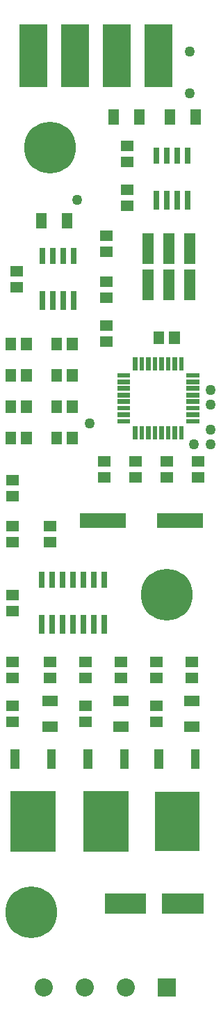
<source format=gbr>
G04 start of page 5 for group -4063 idx -4063 *
G04 Title: LED driver v. 0.1, componentmask *
G04 Creator: pcb 1.99x *
G04 CreationDate: Sun Jul 26 20:33:58 2009 UTC *
G04 For: davidellsworth *
G04 Format: Gerber/RS-274X *
G04 PCB-Dimensions: 113000 481000 *
G04 PCB-Coordinate-Origin: lower left *
%MOIN*%
%FSLAX24Y24*%
%LNFRONTMASK*%
%ADD11C,0.0200*%
%ADD18C,0.0500*%
%ADD24R,0.0512X0.0512*%
%ADD32R,0.0700X0.0700*%
%ADD34C,0.0872*%
%ADD35C,0.2480*%
%ADD36R,0.0270X0.0270*%
%ADD37R,0.1320X0.1320*%
%ADD38R,0.0220X0.0220*%
%ADD39R,0.0520X0.0520*%
%ADD40R,0.2140X0.2140*%
%ADD41R,0.0430X0.0430*%
%ADD42R,0.0970X0.0970*%
%ADD43R,0.2180X0.2180*%
G54D11*G36*
X8064Y2335D02*Y1464D01*
X8935D01*
Y2335D01*
X8064D01*
G37*
G54D34*X6531Y1900D03*
X4563D03*
X2594D03*
G54D35*X8500Y20700D03*
X2000Y5500D03*
X2900Y42100D03*
G54D24*X3222Y32739D02*Y32660D01*
X1022Y32739D02*Y32660D01*
X1777Y32739D02*Y32660D01*
X2484Y38718D02*Y38481D01*
X5560Y34922D02*X5639D01*
X5560Y35677D02*X5639D01*
X5560Y37122D02*X5639D01*
X5560Y37877D02*X5639D01*
G54D36*X2550Y37150D02*Y36650D01*
Y35100D02*Y34450D01*
X3050Y37150D02*Y36650D01*
Y35100D02*Y34450D01*
X3550Y35100D02*Y34450D01*
X4050Y35100D02*Y34450D01*
X3550Y37150D02*Y36650D01*
X4050Y37150D02*Y36650D01*
G54D24*X1260Y36177D02*X1339D01*
X1260Y35422D02*X1339D01*
X3715Y38718D02*Y38481D01*
G54D18*X4200Y39600D03*
G54D24*X6560Y39322D02*X6639D01*
X6560Y40077D02*X6639D01*
X6560Y42177D02*X6639D01*
X5967Y43684D02*Y43448D01*
X7198Y43684D02*Y43448D01*
X6560Y41422D02*X6639D01*
G54D36*X8000Y41950D02*Y41450D01*
X8500Y41950D02*Y41450D01*
X9000Y41950D02*Y41450D01*
X9500Y41950D02*Y41450D01*
G54D37*X8100Y47350D02*Y45650D01*
X6100Y47350D02*Y45650D01*
X4100Y47350D02*Y45650D01*
X2100Y47350D02*Y45650D01*
G54D24*X8667Y43684D02*Y43448D01*
G54D36*X8500Y39900D02*Y39250D01*
X9000Y39900D02*Y39250D01*
X9500Y39900D02*Y39250D01*
X8000Y39900D02*Y39250D01*
G54D24*X9898Y43684D02*Y43448D01*
G54D18*X9600Y46700D03*
Y44700D03*
G54D24*X3977Y32739D02*Y32660D01*
X5560Y32822D02*X5639D01*
X5560Y33577D02*X5639D01*
X1022Y29739D02*Y29660D01*
X1777Y29739D02*Y29660D01*
X1022Y31239D02*Y31160D01*
X1777Y31239D02*Y31160D01*
G54D18*X4800Y28900D03*
G54D24*X3222Y29739D02*Y29660D01*
X3977Y29739D02*Y29660D01*
X3222Y31239D02*Y31160D01*
X3977Y31239D02*Y31160D01*
X8877Y33039D02*Y32960D01*
X8122Y33039D02*Y32960D01*
G54D38*X9202Y31953D02*Y31553D01*
X8887Y31953D02*Y31553D01*
X8572Y31953D02*Y31553D01*
X8257Y31953D02*Y31553D01*
X7942Y31953D02*Y31553D01*
X7627Y31953D02*Y31553D01*
X7312Y31953D02*Y31553D01*
G54D39*X7600Y36000D02*Y35050D01*
X8600Y36000D02*Y35050D01*
X9600Y36000D02*Y35050D01*
X7600Y37750D02*Y36800D01*
X8600Y37750D02*Y36800D01*
X9600Y37750D02*Y36800D01*
G54D38*X9553Y28997D02*X9953D01*
X9553Y29312D02*X9953D01*
X9553Y29627D02*X9953D01*
X9553Y29942D02*X9953D01*
X9553Y30257D02*X9953D01*
X9553Y30572D02*X9953D01*
X9553Y30887D02*X9953D01*
X9553Y31202D02*X9953D01*
G54D18*X10600Y30500D03*
Y29800D03*
G54D38*X6997Y31953D02*Y31553D01*
X6246Y31202D02*X6646D01*
X6246Y30887D02*X6646D01*
X6246Y30572D02*X6646D01*
X6246Y30257D02*X6646D01*
X6246Y29942D02*X6646D01*
X6246Y29627D02*X6646D01*
X6246Y29312D02*X6646D01*
X6246Y28997D02*X6646D01*
G54D36*X2500Y21650D02*Y21150D01*
X3000Y21650D02*Y21150D01*
X3500Y21650D02*Y21150D01*
X4000Y21650D02*Y21150D01*
X4500Y21650D02*Y21150D01*
X5000Y21650D02*Y21150D01*
X4000Y19600D02*Y18950D01*
X3500Y19600D02*Y18950D01*
X3000Y19600D02*Y18950D01*
X2500Y19600D02*Y18950D01*
G54D24*X1060Y19922D02*X1139D01*
X1060Y20677D02*X1139D01*
G54D40*X9000Y10200D02*Y9500D01*
G54D41*X9875Y13075D02*Y12575D01*
X8125Y13075D02*Y12575D01*
G54D42*X6025Y5925D02*X7025D01*
X8775D02*X9775D01*
G54D43*X5600Y10200D02*Y9500D01*
X2100Y10200D02*Y9500D01*
G54D41*X6475Y13075D02*Y12575D01*
X4725Y13075D02*Y12575D01*
X2975Y13075D02*Y12575D01*
X1225Y13075D02*Y12575D01*
G54D36*X5500Y21650D02*Y21150D01*
G54D24*X6960Y27077D02*X7039D01*
X6960Y26322D02*X7039D01*
X5460D02*X5539D01*
X5460Y27077D02*X5539D01*
X1060Y23222D02*X1139D01*
X1060Y23977D02*X1139D01*
X1022Y28239D02*Y28160D01*
X1060Y25422D02*X1139D01*
X1060Y26177D02*X1139D01*
X2860Y23222D02*X2939D01*
X2860Y23977D02*X2939D01*
G54D32*X4700Y24250D02*X6200D01*
G54D36*X5500Y19600D02*Y18950D01*
X5000Y19600D02*Y18950D01*
X4500Y19600D02*Y18950D01*
G54D24*X4560Y16722D02*X4639D01*
X4560Y17477D02*X4639D01*
X6260Y16722D02*X6339D01*
X6260Y17477D02*X6339D01*
X7960Y16722D02*X8039D01*
X7960Y17477D02*X8039D01*
X9660Y16722D02*X9739D01*
X9660Y17477D02*X9739D01*
X2860Y16722D02*X2939D01*
X2860Y17477D02*X2939D01*
X2781Y15615D02*X3018D01*
X2781Y14384D02*X3018D01*
X1060Y14622D02*X1139D01*
X1060Y15377D02*X1139D01*
X1060Y16722D02*X1139D01*
X1060Y17477D02*X1139D01*
X7960Y14622D02*X8039D01*
X9581Y14384D02*X9818D01*
X6181D02*X6418D01*
X4560Y14622D02*X4639D01*
X7960Y15377D02*X8039D01*
X9581Y15615D02*X9818D01*
X6181D02*X6418D01*
X4560Y15377D02*X4639D01*
X1777Y28239D02*Y28160D01*
X3222Y28239D02*Y28160D01*
X3977Y28239D02*Y28160D01*
G54D38*X6997Y28646D02*Y28246D01*
X7312Y28646D02*Y28246D01*
X7627Y28646D02*Y28246D01*
X7942Y28646D02*Y28246D01*
X8257Y28646D02*Y28246D01*
X8572Y28646D02*Y28246D01*
X8887Y28646D02*Y28246D01*
G54D24*X8460Y27077D02*X8539D01*
X9960Y26322D02*X10039D01*
X9960Y27077D02*X10039D01*
G54D18*X9800Y27900D03*
G54D38*X9202Y28646D02*Y28246D01*
G54D24*X8460Y26322D02*X8539D01*
G54D32*X8400Y24250D02*X9900D01*
G54D18*X10600Y27900D03*
Y28600D03*
M02*

</source>
